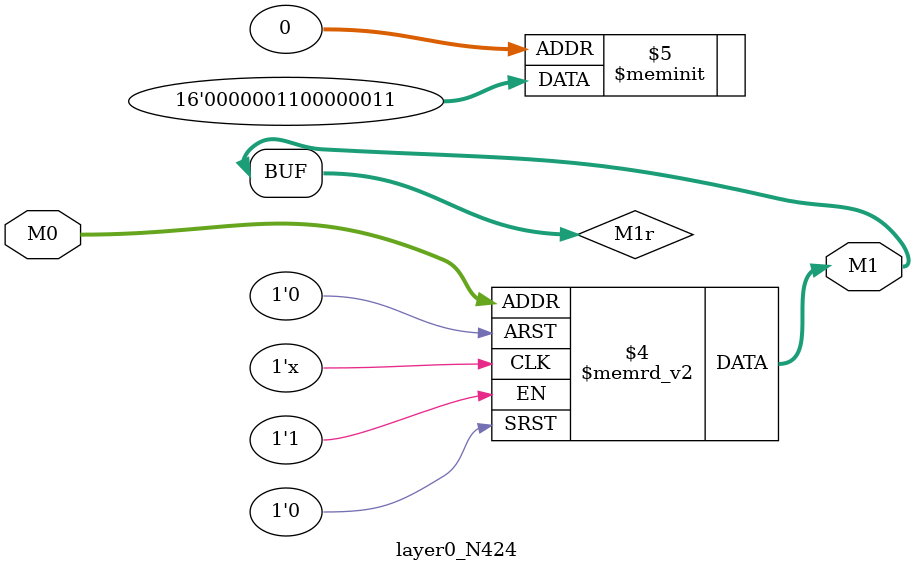
<source format=v>
module layer0_N424 ( input [2:0] M0, output [1:0] M1 );

	(*rom_style = "distributed" *) reg [1:0] M1r;
	assign M1 = M1r;
	always @ (M0) begin
		case (M0)
			3'b000: M1r = 2'b11;
			3'b100: M1r = 2'b11;
			3'b010: M1r = 2'b00;
			3'b110: M1r = 2'b00;
			3'b001: M1r = 2'b00;
			3'b101: M1r = 2'b00;
			3'b011: M1r = 2'b00;
			3'b111: M1r = 2'b00;

		endcase
	end
endmodule

</source>
